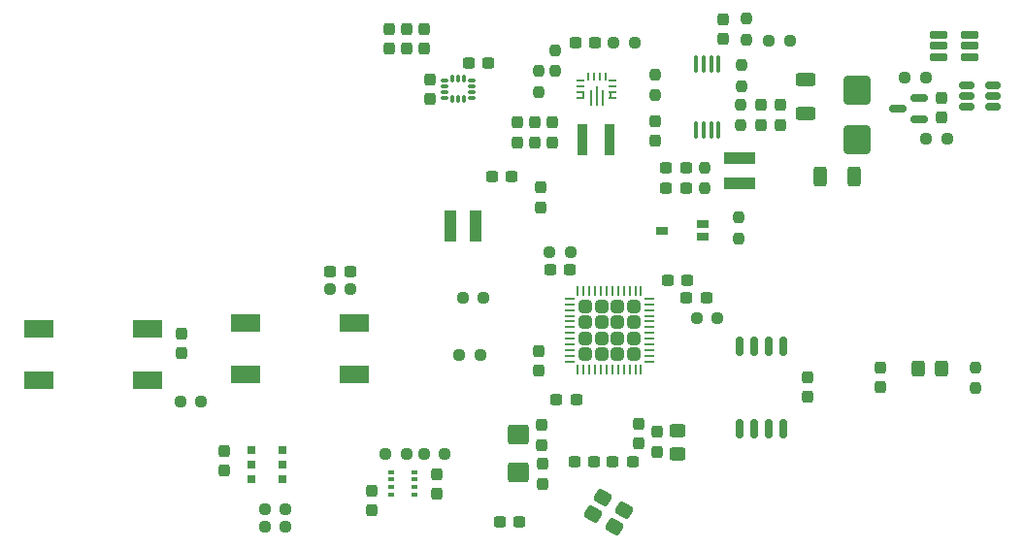
<source format=gbr>
%TF.GenerationSoftware,KiCad,Pcbnew,9.0.2*%
%TF.CreationDate,2025-09-25T15:04:07+05:00*%
%TF.ProjectId,Diplom,4469706c-6f6d-42e6-9b69-6361645f7063,rev?*%
%TF.SameCoordinates,Original*%
%TF.FileFunction,Paste,Top*%
%TF.FilePolarity,Positive*%
%FSLAX46Y46*%
G04 Gerber Fmt 4.6, Leading zero omitted, Abs format (unit mm)*
G04 Created by KiCad (PCBNEW 9.0.2) date 2025-09-25 15:04:07*
%MOMM*%
%LPD*%
G01*
G04 APERTURE LIST*
G04 Aperture macros list*
%AMRoundRect*
0 Rectangle with rounded corners*
0 $1 Rounding radius*
0 $2 $3 $4 $5 $6 $7 $8 $9 X,Y pos of 4 corners*
0 Add a 4 corners polygon primitive as box body*
4,1,4,$2,$3,$4,$5,$6,$7,$8,$9,$2,$3,0*
0 Add four circle primitives for the rounded corners*
1,1,$1+$1,$2,$3*
1,1,$1+$1,$4,$5*
1,1,$1+$1,$6,$7*
1,1,$1+$1,$8,$9*
0 Add four rect primitives between the rounded corners*
20,1,$1+$1,$2,$3,$4,$5,0*
20,1,$1+$1,$4,$5,$6,$7,0*
20,1,$1+$1,$6,$7,$8,$9,0*
20,1,$1+$1,$8,$9,$2,$3,0*%
%AMOutline5P*
0 Free polygon, 5 corners , with rotation*
0 The origin of the aperture is its center*
0 number of corners: always 5*
0 $1 to $10 corner X, Y*
0 $11 Rotation angle, in degrees counterclockwise*
0 create outline with 5 corners*
4,1,5,$1,$2,$3,$4,$5,$6,$7,$8,$9,$10,$1,$2,$11*%
%AMOutline6P*
0 Free polygon, 6 corners , with rotation*
0 The origin of the aperture is its center*
0 number of corners: always 6*
0 $1 to $12 corner X, Y*
0 $13 Rotation angle, in degrees counterclockwise*
0 create outline with 6 corners*
4,1,6,$1,$2,$3,$4,$5,$6,$7,$8,$9,$10,$11,$12,$1,$2,$13*%
%AMOutline7P*
0 Free polygon, 7 corners , with rotation*
0 The origin of the aperture is its center*
0 number of corners: always 7*
0 $1 to $14 corner X, Y*
0 $15 Rotation angle, in degrees counterclockwise*
0 create outline with 7 corners*
4,1,7,$1,$2,$3,$4,$5,$6,$7,$8,$9,$10,$11,$12,$13,$14,$1,$2,$15*%
%AMOutline8P*
0 Free polygon, 8 corners , with rotation*
0 The origin of the aperture is its center*
0 number of corners: always 8*
0 $1 to $16 corner X, Y*
0 $17 Rotation angle, in degrees counterclockwise*
0 create outline with 8 corners*
4,1,8,$1,$2,$3,$4,$5,$6,$7,$8,$9,$10,$11,$12,$13,$14,$15,$16,$1,$2,$17*%
G04 Aperture macros list end*
%ADD10RoundRect,0.237500X-0.237500X0.300000X-0.237500X-0.300000X0.237500X-0.300000X0.237500X0.300000X0*%
%ADD11RoundRect,0.250000X0.312500X0.625000X-0.312500X0.625000X-0.312500X-0.625000X0.312500X-0.625000X0*%
%ADD12RoundRect,0.237500X0.237500X-0.300000X0.237500X0.300000X-0.237500X0.300000X-0.237500X-0.300000X0*%
%ADD13RoundRect,0.237500X0.300000X0.237500X-0.300000X0.237500X-0.300000X-0.237500X0.300000X-0.237500X0*%
%ADD14RoundRect,0.237500X0.237500X-0.250000X0.237500X0.250000X-0.237500X0.250000X-0.237500X-0.250000X0*%
%ADD15RoundRect,0.237500X-0.300000X-0.237500X0.300000X-0.237500X0.300000X0.237500X-0.300000X0.237500X0*%
%ADD16RoundRect,0.237500X-0.250000X-0.237500X0.250000X-0.237500X0.250000X0.237500X-0.250000X0.237500X0*%
%ADD17RoundRect,0.237500X-0.237500X0.250000X-0.237500X-0.250000X0.237500X-0.250000X0.237500X0.250000X0*%
%ADD18RoundRect,0.250000X0.625000X-0.312500X0.625000X0.312500X-0.625000X0.312500X-0.625000X-0.312500X0*%
%ADD19RoundRect,0.162500X0.162500X-0.650000X0.162500X0.650000X-0.162500X0.650000X-0.162500X-0.650000X0*%
%ADD20R,2.500000X1.500000*%
%ADD21R,2.700000X1.000000*%
%ADD22RoundRect,0.237500X0.250000X0.237500X-0.250000X0.237500X-0.250000X-0.237500X0.250000X-0.237500X0*%
%ADD23RoundRect,0.250000X-0.450000X0.325000X-0.450000X-0.325000X0.450000X-0.325000X0.450000X0.325000X0*%
%ADD24RoundRect,0.162500X-0.617500X-0.162500X0.617500X-0.162500X0.617500X0.162500X-0.617500X0.162500X0*%
%ADD25RoundRect,0.087500X0.225000X0.087500X-0.225000X0.087500X-0.225000X-0.087500X0.225000X-0.087500X0*%
%ADD26RoundRect,0.087500X0.087500X0.225000X-0.087500X0.225000X-0.087500X-0.225000X0.087500X-0.225000X0*%
%ADD27R,0.500000X0.350000*%
%ADD28RoundRect,0.250000X-0.650000X0.625000X-0.650000X-0.625000X0.650000X-0.625000X0.650000X0.625000X0*%
%ADD29RoundRect,0.250000X0.315000X-0.315000X0.315000X0.315000X-0.315000X0.315000X-0.315000X-0.315000X0*%
%ADD30RoundRect,0.062500X0.062500X-0.375000X0.062500X0.375000X-0.062500X0.375000X-0.062500X-0.375000X0*%
%ADD31RoundRect,0.062500X0.375000X-0.062500X0.375000X0.062500X-0.375000X0.062500X-0.375000X-0.062500X0*%
%ADD32RoundRect,0.250000X-0.900000X1.000000X-0.900000X-1.000000X0.900000X-1.000000X0.900000X1.000000X0*%
%ADD33Outline6P,-0.125000X0.300000X0.125000X0.300000X0.125000X-0.237500X0.062500X-0.300000X-0.062500X-0.300000X-0.125000X-0.237500X0.000000*%
%ADD34RoundRect,0.062500X-0.062500X-0.237500X0.062500X-0.237500X0.062500X0.237500X-0.062500X0.237500X0*%
%ADD35RoundRect,0.062500X-0.237500X0.062500X-0.237500X-0.062500X0.237500X-0.062500X0.237500X0.062500X0*%
%ADD36RoundRect,0.056250X-0.056250X-0.318750X0.056250X-0.318750X0.056250X0.318750X-0.056250X0.318750X0*%
%ADD37RoundRect,0.062500X-0.062500X-0.612500X0.062500X-0.612500X0.062500X0.612500X-0.062500X0.612500X0*%
%ADD38RoundRect,0.062500X-0.062500X-0.787500X0.062500X-0.787500X0.062500X0.787500X-0.062500X0.787500X0*%
%ADD39RoundRect,0.050000X-0.250000X0.075000X-0.250000X-0.075000X0.250000X-0.075000X0.250000X0.075000X0*%
%ADD40R,1.100000X0.800000*%
%ADD41R,0.800000X0.800000*%
%ADD42RoundRect,0.150000X0.512500X0.150000X-0.512500X0.150000X-0.512500X-0.150000X0.512500X-0.150000X0*%
%ADD43RoundRect,0.250000X0.325000X0.450000X-0.325000X0.450000X-0.325000X-0.450000X0.325000X-0.450000X0*%
%ADD44R,0.850000X2.800000*%
%ADD45RoundRect,0.100000X0.100000X-0.637500X0.100000X0.637500X-0.100000X0.637500X-0.100000X-0.637500X0*%
%ADD46R,1.000000X2.700000*%
%ADD47RoundRect,0.250000X0.564711X0.078109X-0.214711X0.528109X-0.564711X-0.078109X0.214711X-0.528109X0*%
%ADD48RoundRect,0.150000X0.587500X0.150000X-0.587500X0.150000X-0.587500X-0.150000X0.587500X-0.150000X0*%
G04 APERTURE END LIST*
D10*
%TO.C,C30*%
X114190000Y-66027499D03*
X114190000Y-67752501D03*
%TD*%
D11*
%TO.C,R25*%
X131512500Y-70930000D03*
X128587500Y-70930000D03*
%TD*%
D12*
%TO.C,C17*%
X89416400Y-100021300D03*
X89416400Y-98296298D03*
%TD*%
%TO.C,C18*%
X95126400Y-98601301D03*
X95126400Y-96876299D03*
%TD*%
D13*
%TO.C,C21*%
X116868752Y-70111250D03*
X115143750Y-70111250D03*
%TD*%
D14*
%TO.C,R14*%
X121706250Y-63023750D03*
X121706250Y-61198750D03*
%TD*%
D10*
%TO.C,C22*%
X76564000Y-94831899D03*
X76564000Y-96556901D03*
%TD*%
D14*
%TO.C,R10*%
X121455000Y-76312500D03*
X121455000Y-74487500D03*
%TD*%
D10*
%TO.C,C6*%
X104385250Y-95987078D03*
X104385250Y-97712080D03*
%TD*%
D15*
%TO.C,C4*%
X100607499Y-101050000D03*
X102332501Y-101050000D03*
%TD*%
D16*
%TO.C,R16*%
X124093752Y-59011249D03*
X125918752Y-59011249D03*
%TD*%
D10*
%TO.C,C14*%
X127488650Y-88381499D03*
X127488650Y-90106501D03*
%TD*%
D17*
%TO.C,R6*%
X142119999Y-87538749D03*
X142119999Y-89363749D03*
%TD*%
D18*
%TO.C,R15*%
X127306250Y-65373750D03*
X127306250Y-62448750D03*
%TD*%
D19*
%TO.C,U3*%
X121583650Y-92901500D03*
X122853650Y-92901500D03*
X124123650Y-92901500D03*
X125393650Y-92901500D03*
X125393650Y-85726500D03*
X124123650Y-85726500D03*
X122853650Y-85726500D03*
X121583650Y-85726500D03*
%TD*%
D17*
%TO.C,R17*%
X122106252Y-57098750D03*
X122106252Y-58923750D03*
%TD*%
D20*
%TO.C,SW2*%
X87950000Y-83640000D03*
X78450000Y-83640000D03*
X87950000Y-88140000D03*
X78450000Y-88140000D03*
%TD*%
D10*
%TO.C,C10*%
X114340000Y-93197499D03*
X114340000Y-94922501D03*
%TD*%
D21*
%TO.C,L2*%
X121506252Y-71511249D03*
X121506252Y-69311251D03*
%TD*%
D16*
%TO.C,R11*%
X90677500Y-95150000D03*
X92502500Y-95150000D03*
%TD*%
D22*
%TO.C,R18*%
X139632499Y-67620001D03*
X137807499Y-67620001D03*
%TD*%
D10*
%TO.C,C16*%
X104230000Y-71864998D03*
X104230000Y-73590000D03*
%TD*%
D22*
%TO.C,R1*%
X74575000Y-90500000D03*
X72750000Y-90500000D03*
%TD*%
D23*
%TO.C,L4*%
X116130000Y-93055001D03*
X116130000Y-95104999D03*
%TD*%
D24*
%TO.C,D4*%
X138930000Y-58540000D03*
X138930000Y-59490000D03*
X138930000Y-60440000D03*
X141630000Y-60440000D03*
X141630000Y-59490000D03*
X141630000Y-58540000D03*
%TD*%
D12*
%TO.C,C36*%
X94500000Y-64112500D03*
X94500000Y-62387500D03*
%TD*%
%TO.C,C32*%
X103690000Y-67890002D03*
X103690000Y-66165000D03*
%TD*%
%TO.C,C25*%
X90976000Y-59725002D03*
X90976000Y-58000000D03*
%TD*%
D25*
%TO.C,D6*%
X98162500Y-64000000D03*
X98162500Y-63500000D03*
X98162500Y-63000000D03*
X98162500Y-62500000D03*
D26*
X97500000Y-62337500D03*
X97000000Y-62337500D03*
X96500000Y-62337500D03*
D25*
X95837500Y-62500000D03*
X95837500Y-63000000D03*
X95837500Y-63500000D03*
X95837500Y-64000000D03*
D26*
X96500000Y-64162500D03*
X97000000Y-64162500D03*
X97500000Y-64162500D03*
%TD*%
D12*
%TO.C,C19*%
X120106251Y-58873751D03*
X120106251Y-57148749D03*
%TD*%
D17*
%TO.C,R23*%
X105490000Y-59877500D03*
X105490000Y-61702500D03*
%TD*%
D13*
%TO.C,C20*%
X116868753Y-71911250D03*
X115143751Y-71911250D03*
%TD*%
D20*
%TO.C,SW1*%
X60410000Y-88710000D03*
X69910000Y-88710000D03*
X60410000Y-84210000D03*
X69910000Y-84210000D03*
%TD*%
D22*
%TO.C,R21*%
X112402500Y-59190000D03*
X110577500Y-59190000D03*
%TD*%
D15*
%TO.C,C12*%
X116909349Y-81492600D03*
X118634351Y-81492600D03*
%TD*%
D16*
%TO.C,R3*%
X117799150Y-83245200D03*
X119624150Y-83245200D03*
%TD*%
D27*
%TO.C,U2*%
X91155000Y-98645001D03*
X91155000Y-97995000D03*
X91155000Y-97345000D03*
X91155000Y-96694999D03*
X93205000Y-96694999D03*
X93205000Y-97345000D03*
X93205000Y-97995000D03*
X93205000Y-98645001D03*
%TD*%
D10*
%TO.C,C35*%
X133829999Y-87558748D03*
X133829999Y-89283750D03*
%TD*%
D16*
%TO.C,R8*%
X80112499Y-101440000D03*
X81937499Y-101440000D03*
%TD*%
D12*
%TO.C,C24*%
X92500000Y-59725002D03*
X92500000Y-58000000D03*
%TD*%
%TO.C,C5*%
X104265251Y-94332080D03*
X104265251Y-92607078D03*
%TD*%
D28*
%TO.C,Y4*%
X102265251Y-93444578D03*
X102265251Y-96694580D03*
%TD*%
D29*
%TO.C,U6*%
X108100000Y-86400000D03*
X109500000Y-86400000D03*
X110900000Y-86400000D03*
X112300000Y-86400000D03*
X108100000Y-85000000D03*
X109500000Y-85000000D03*
X110900000Y-85000000D03*
X112300000Y-85000000D03*
X108100000Y-83600000D03*
X109500000Y-83600000D03*
X110900000Y-83600000D03*
X112300000Y-83600000D03*
X108100000Y-82200000D03*
X109500000Y-82200000D03*
X110900000Y-82200000D03*
X112300000Y-82200000D03*
D30*
X107450000Y-87737500D03*
X107950000Y-87737500D03*
X108450001Y-87737500D03*
X108950000Y-87737500D03*
X109449999Y-87737500D03*
X109950000Y-87737500D03*
X110450000Y-87737500D03*
X110950001Y-87737500D03*
X111450000Y-87737500D03*
X111949999Y-87737500D03*
X112450000Y-87737500D03*
X112950000Y-87737500D03*
D31*
X113637500Y-87050000D03*
X113637500Y-86550000D03*
X113637500Y-86049999D03*
X113637500Y-85550000D03*
X113637500Y-85050001D03*
X113637500Y-84550000D03*
X113637500Y-84050000D03*
X113637500Y-83549999D03*
X113637500Y-83050000D03*
X113637500Y-82550001D03*
X113637500Y-82050000D03*
X113637500Y-81550000D03*
D30*
X112950000Y-80862500D03*
X112450000Y-80862500D03*
X111949999Y-80862500D03*
X111450000Y-80862500D03*
X110950001Y-80862500D03*
X110450000Y-80862500D03*
X109950000Y-80862500D03*
X109449999Y-80862500D03*
X108950000Y-80862500D03*
X108450001Y-80862500D03*
X107950000Y-80862500D03*
X107450000Y-80862500D03*
D31*
X106762500Y-81550000D03*
X106762500Y-82050000D03*
X106762500Y-82550001D03*
X106762500Y-83050000D03*
X106762500Y-83549999D03*
X106762500Y-84050000D03*
X106762500Y-84550000D03*
X106762500Y-85050001D03*
X106762500Y-85550000D03*
X106762500Y-86049999D03*
X106762500Y-86550000D03*
X106762500Y-87050000D03*
%TD*%
D10*
%TO.C,C27*%
X123406251Y-64648747D03*
X123406251Y-66373749D03*
%TD*%
D22*
%TO.C,R2*%
X87612500Y-80700000D03*
X85787500Y-80700000D03*
%TD*%
D14*
%TO.C,R20*%
X114190000Y-63802500D03*
X114190000Y-61977500D03*
%TD*%
D15*
%TO.C,C34*%
X85837499Y-79200000D03*
X87562501Y-79200000D03*
%TD*%
D13*
%TO.C,C15*%
X101650000Y-70930000D03*
X99924998Y-70930000D03*
%TD*%
D15*
%TO.C,C2*%
X110490000Y-95787500D03*
X112215002Y-95787500D03*
%TD*%
D32*
%TO.C,D3*%
X131770000Y-63349998D03*
X131770000Y-67650000D03*
%TD*%
D22*
%TO.C,R4*%
X99212500Y-81500000D03*
X97387500Y-81500000D03*
%TD*%
D13*
%TO.C,C3*%
X108875003Y-95767500D03*
X107150001Y-95767500D03*
%TD*%
D15*
%TO.C,C7*%
X115287499Y-79962500D03*
X117012501Y-79962500D03*
%TD*%
D33*
%TO.C,D5*%
X109840000Y-62140000D03*
D34*
X109340000Y-62140000D03*
X108840000Y-62140000D03*
X108340000Y-62140000D03*
D35*
X107690000Y-62540000D03*
X107690000Y-63040000D03*
X107690000Y-63540000D03*
D36*
X107877500Y-63790000D03*
D35*
X107690000Y-64040000D03*
D37*
X108590000Y-64070000D03*
D38*
X109090000Y-63890000D03*
D37*
X109590000Y-64070000D03*
D36*
X110265000Y-63790000D03*
D35*
X110490000Y-64040000D03*
X110490000Y-63540000D03*
X110490000Y-63040000D03*
D39*
X110490000Y-62540000D03*
%TD*%
D16*
%TO.C,R9*%
X80112500Y-99940000D03*
X81937500Y-99940000D03*
%TD*%
D10*
%TO.C,C28*%
X139180000Y-64027500D03*
X139180000Y-65752502D03*
%TD*%
%TO.C,C11*%
X112700000Y-92447499D03*
X112700000Y-94172501D03*
%TD*%
D16*
%TO.C,R19*%
X135967500Y-62290000D03*
X137792500Y-62290000D03*
%TD*%
D15*
%TO.C,C29*%
X107227499Y-59190000D03*
X108952501Y-59190000D03*
%TD*%
D13*
%TO.C,C37*%
X99612500Y-61000000D03*
X97887500Y-61000000D03*
%TD*%
D22*
%TO.C,R5*%
X106812500Y-77500000D03*
X104987500Y-77500000D03*
%TD*%
D12*
%TO.C,C23*%
X94024000Y-59725002D03*
X94024000Y-58000000D03*
%TD*%
D22*
%TO.C,R12*%
X95842500Y-95150000D03*
X94017500Y-95150000D03*
%TD*%
D40*
%TO.C,D1*%
X118330000Y-76150000D03*
X118330000Y-75050000D03*
X114780000Y-75600000D03*
%TD*%
D41*
%TO.C,D2*%
X81670000Y-97310000D03*
X81670000Y-96040000D03*
X81670000Y-94770000D03*
X78970000Y-94770000D03*
X78970000Y-96040000D03*
X78970000Y-97310000D03*
%TD*%
D13*
%TO.C,C8*%
X106762501Y-79000000D03*
X105037499Y-79000000D03*
%TD*%
D42*
%TO.C,U5*%
X143617500Y-64839999D03*
X143617500Y-63890000D03*
X143617500Y-62940001D03*
X141342500Y-62940001D03*
X141342500Y-63890000D03*
X141342500Y-64839999D03*
%TD*%
D43*
%TO.C,L6*%
X139134547Y-87681772D03*
X137084549Y-87681772D03*
%TD*%
D14*
%TO.C,R7*%
X118506251Y-71923749D03*
X118506251Y-70098749D03*
%TD*%
%TO.C,R22*%
X103990000Y-63502500D03*
X103990000Y-61677500D03*
%TD*%
D44*
%TO.C,L3*%
X110164999Y-67690000D03*
X107815001Y-67690000D03*
%TD*%
D13*
%TO.C,C13*%
X107312501Y-90337500D03*
X105587499Y-90337500D03*
%TD*%
D12*
%TO.C,C1*%
X72840000Y-86342501D03*
X72840000Y-84617499D03*
%TD*%
%TO.C,C33*%
X105200000Y-67890001D03*
X105200000Y-66164999D03*
%TD*%
D17*
%TO.C,R13*%
X121606252Y-64598749D03*
X121606252Y-66423749D03*
%TD*%
D12*
%TO.C,C9*%
X104040000Y-87825001D03*
X104040000Y-86099999D03*
%TD*%
D45*
%TO.C,U4*%
X117756252Y-66811250D03*
X118406252Y-66811250D03*
X119056252Y-66811250D03*
X119706252Y-66811250D03*
X119706252Y-61086250D03*
X119056252Y-61086250D03*
X118406252Y-61086250D03*
X117756252Y-61086250D03*
%TD*%
D22*
%TO.C,R24*%
X98912500Y-86500000D03*
X97087500Y-86500000D03*
%TD*%
D46*
%TO.C,L1*%
X96280002Y-75180000D03*
X98480000Y-75180000D03*
%TD*%
D10*
%TO.C,C26*%
X125106250Y-64648749D03*
X125106250Y-66373751D03*
%TD*%
D47*
%TO.C,Y3*%
X111477628Y-100013878D03*
X109572372Y-98913879D03*
X108722372Y-100386122D03*
X110627628Y-101486121D03*
%TD*%
D12*
%TO.C,C31*%
X102189999Y-67890001D03*
X102189999Y-66164999D03*
%TD*%
D48*
%TO.C,Q1*%
X137217500Y-65940001D03*
X137217500Y-64040001D03*
X135342499Y-64990001D03*
%TD*%
M02*

</source>
